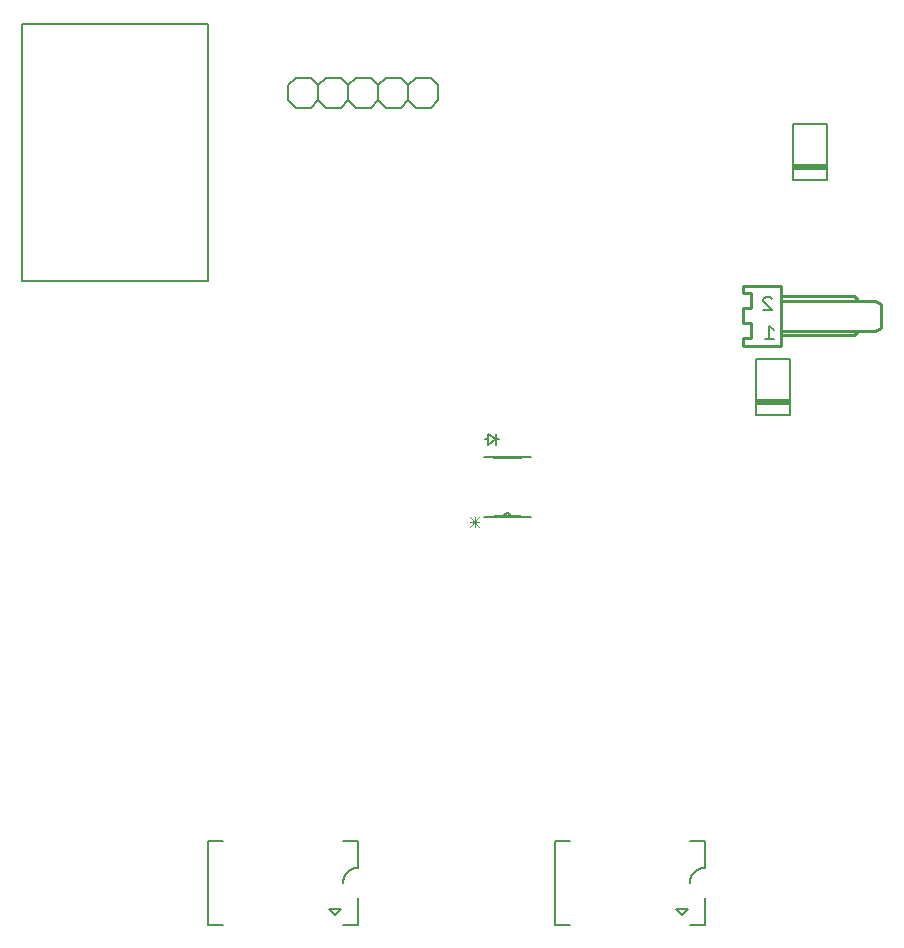
<source format=gbo>
G75*
%MOIN*%
%OFA0B0*%
%FSLAX25Y25*%
%IPPOS*%
%LPD*%
%AMOC8*
5,1,8,0,0,1.08239X$1,22.5*
%
%ADD10C,0.01000*%
%ADD11C,0.00700*%
%ADD12C,0.00500*%
%ADD13C,0.00600*%
%ADD14C,0.00300*%
%ADD15R,0.11400X0.02000*%
D10*
X0293437Y0244354D02*
X0293437Y0246854D01*
X0295937Y0246854D01*
X0295937Y0251854D01*
X0293437Y0251854D01*
X0293437Y0256854D01*
X0295937Y0256854D01*
X0295937Y0261854D01*
X0293437Y0261854D01*
X0293437Y0264354D01*
X0305937Y0264354D01*
X0305937Y0260854D01*
X0330437Y0260854D01*
X0331837Y0259554D01*
X0337437Y0259354D02*
X0339437Y0258354D01*
X0339437Y0254554D01*
X0339437Y0254154D01*
X0339437Y0254554D02*
X0339437Y0250354D01*
X0337437Y0249354D01*
X0305937Y0249354D01*
X0305937Y0244354D01*
X0293437Y0244354D01*
X0305937Y0247854D02*
X0330437Y0247854D01*
X0331837Y0249154D01*
X0337437Y0259354D02*
X0305937Y0259354D01*
X0305937Y0260854D02*
X0305937Y0249354D01*
D11*
X0303585Y0249479D02*
X0302150Y0250914D01*
X0302150Y0246610D01*
X0300716Y0246610D02*
X0303585Y0246610D01*
X0303085Y0256410D02*
X0300216Y0259279D01*
X0300216Y0259997D01*
X0300933Y0260714D01*
X0302368Y0260714D01*
X0303085Y0259997D01*
X0303085Y0256410D02*
X0300216Y0256410D01*
D12*
X0120068Y0051382D02*
X0115068Y0051382D01*
X0115068Y0079374D01*
X0120068Y0079374D01*
X0155383Y0056500D02*
X0159320Y0056500D01*
X0157351Y0054532D01*
X0155383Y0056500D01*
X0160068Y0051382D02*
X0165068Y0051382D01*
X0165068Y0060378D01*
X0160068Y0065378D02*
X0160070Y0065518D01*
X0160076Y0065658D01*
X0160086Y0065798D01*
X0160099Y0065938D01*
X0160117Y0066077D01*
X0160139Y0066216D01*
X0160164Y0066353D01*
X0160193Y0066491D01*
X0160226Y0066627D01*
X0160263Y0066762D01*
X0160304Y0066896D01*
X0160349Y0067029D01*
X0160397Y0067161D01*
X0160449Y0067291D01*
X0160504Y0067420D01*
X0160563Y0067547D01*
X0160626Y0067673D01*
X0160692Y0067797D01*
X0160761Y0067918D01*
X0160834Y0068038D01*
X0160911Y0068156D01*
X0160990Y0068271D01*
X0161073Y0068385D01*
X0161159Y0068495D01*
X0161248Y0068604D01*
X0161340Y0068710D01*
X0161435Y0068813D01*
X0161532Y0068914D01*
X0161633Y0069011D01*
X0161736Y0069106D01*
X0161842Y0069198D01*
X0161951Y0069287D01*
X0162061Y0069373D01*
X0162175Y0069456D01*
X0162290Y0069535D01*
X0162408Y0069612D01*
X0162528Y0069685D01*
X0162649Y0069754D01*
X0162773Y0069820D01*
X0162899Y0069883D01*
X0163026Y0069942D01*
X0163155Y0069997D01*
X0163285Y0070049D01*
X0163417Y0070097D01*
X0163550Y0070142D01*
X0163684Y0070183D01*
X0163819Y0070220D01*
X0163955Y0070253D01*
X0164093Y0070282D01*
X0164230Y0070307D01*
X0164369Y0070329D01*
X0164508Y0070347D01*
X0164648Y0070360D01*
X0164788Y0070370D01*
X0164928Y0070376D01*
X0165068Y0070378D01*
X0165068Y0079374D01*
X0160068Y0079374D01*
X0230658Y0079374D02*
X0230658Y0051382D01*
X0235658Y0051382D01*
X0235658Y0079374D02*
X0230658Y0079374D01*
X0270973Y0056500D02*
X0274910Y0056500D01*
X0272942Y0054532D01*
X0270973Y0056500D01*
X0275658Y0051382D02*
X0280658Y0051382D01*
X0280658Y0060378D01*
X0275658Y0065378D02*
X0275660Y0065518D01*
X0275666Y0065658D01*
X0275676Y0065798D01*
X0275689Y0065938D01*
X0275707Y0066077D01*
X0275729Y0066216D01*
X0275754Y0066353D01*
X0275783Y0066491D01*
X0275816Y0066627D01*
X0275853Y0066762D01*
X0275894Y0066896D01*
X0275939Y0067029D01*
X0275987Y0067161D01*
X0276039Y0067291D01*
X0276094Y0067420D01*
X0276153Y0067547D01*
X0276216Y0067673D01*
X0276282Y0067797D01*
X0276351Y0067918D01*
X0276424Y0068038D01*
X0276501Y0068156D01*
X0276580Y0068271D01*
X0276663Y0068385D01*
X0276749Y0068495D01*
X0276838Y0068604D01*
X0276930Y0068710D01*
X0277025Y0068813D01*
X0277122Y0068914D01*
X0277223Y0069011D01*
X0277326Y0069106D01*
X0277432Y0069198D01*
X0277541Y0069287D01*
X0277651Y0069373D01*
X0277765Y0069456D01*
X0277880Y0069535D01*
X0277998Y0069612D01*
X0278118Y0069685D01*
X0278239Y0069754D01*
X0278363Y0069820D01*
X0278489Y0069883D01*
X0278616Y0069942D01*
X0278745Y0069997D01*
X0278875Y0070049D01*
X0279007Y0070097D01*
X0279140Y0070142D01*
X0279274Y0070183D01*
X0279409Y0070220D01*
X0279545Y0070253D01*
X0279683Y0070282D01*
X0279820Y0070307D01*
X0279959Y0070329D01*
X0280098Y0070347D01*
X0280238Y0070360D01*
X0280378Y0070370D01*
X0280518Y0070376D01*
X0280658Y0070378D01*
X0280658Y0079374D01*
X0275658Y0079374D01*
X0211003Y0211259D02*
X0211003Y0213134D01*
X0211963Y0213134D01*
X0211003Y0213134D02*
X0211003Y0215009D01*
X0211003Y0213134D02*
X0208503Y0215009D01*
X0208503Y0213134D01*
X0207543Y0213134D01*
X0208503Y0213134D02*
X0208503Y0211259D01*
X0211003Y0213134D01*
X0297832Y0221186D02*
X0309232Y0221186D01*
X0309232Y0239886D01*
X0297832Y0239886D01*
X0297832Y0221186D01*
X0310037Y0299650D02*
X0321437Y0299650D01*
X0321437Y0318350D01*
X0310037Y0318350D01*
X0310037Y0299650D01*
X0115169Y0265988D02*
X0053161Y0265988D01*
X0053161Y0351736D01*
X0115169Y0351736D01*
X0115169Y0265988D01*
D13*
X0144339Y0323764D02*
X0141839Y0326264D01*
X0141839Y0331264D01*
X0144339Y0333764D01*
X0149339Y0333764D01*
X0151839Y0331264D01*
X0154339Y0333764D01*
X0159339Y0333764D01*
X0161839Y0331264D01*
X0161839Y0326264D01*
X0159339Y0323764D01*
X0154339Y0323764D01*
X0151839Y0326264D01*
X0151839Y0331264D01*
X0151839Y0326264D02*
X0149339Y0323764D01*
X0144339Y0323764D01*
X0161839Y0326264D02*
X0164339Y0323764D01*
X0169339Y0323764D01*
X0171839Y0326264D01*
X0174339Y0323764D01*
X0179339Y0323764D01*
X0181839Y0326264D01*
X0184339Y0323764D01*
X0189339Y0323764D01*
X0191839Y0326264D01*
X0191839Y0331264D01*
X0189339Y0333764D01*
X0184339Y0333764D01*
X0181839Y0331264D01*
X0179339Y0333764D01*
X0174339Y0333764D01*
X0171839Y0331264D01*
X0169339Y0333764D01*
X0164339Y0333764D01*
X0161839Y0331264D01*
X0171839Y0331264D02*
X0171839Y0326264D01*
X0181839Y0326264D02*
X0181839Y0331264D01*
X0206971Y0207168D02*
X0222771Y0207168D01*
X0219471Y0207068D02*
X0210271Y0207068D01*
X0210271Y0187468D02*
X0213671Y0187468D01*
X0219471Y0187468D01*
X0222771Y0187368D02*
X0216071Y0187368D01*
X0213671Y0187368D01*
X0206971Y0187368D01*
X0213671Y0187368D02*
X0213673Y0187437D01*
X0213679Y0187505D01*
X0213689Y0187573D01*
X0213702Y0187640D01*
X0213720Y0187706D01*
X0213741Y0187771D01*
X0213766Y0187835D01*
X0213794Y0187897D01*
X0213826Y0187958D01*
X0213861Y0188017D01*
X0213900Y0188073D01*
X0213942Y0188128D01*
X0213987Y0188179D01*
X0214035Y0188229D01*
X0214085Y0188275D01*
X0214138Y0188318D01*
X0214194Y0188359D01*
X0214251Y0188396D01*
X0214311Y0188429D01*
X0214373Y0188460D01*
X0214436Y0188486D01*
X0214500Y0188509D01*
X0214566Y0188529D01*
X0214633Y0188544D01*
X0214700Y0188556D01*
X0214768Y0188564D01*
X0214837Y0188568D01*
X0214905Y0188568D01*
X0214974Y0188564D01*
X0215042Y0188556D01*
X0215109Y0188544D01*
X0215176Y0188529D01*
X0215242Y0188509D01*
X0215306Y0188486D01*
X0215369Y0188460D01*
X0215431Y0188429D01*
X0215491Y0188396D01*
X0215548Y0188359D01*
X0215604Y0188318D01*
X0215657Y0188275D01*
X0215707Y0188229D01*
X0215755Y0188179D01*
X0215800Y0188128D01*
X0215842Y0188073D01*
X0215881Y0188017D01*
X0215916Y0187958D01*
X0215948Y0187897D01*
X0215976Y0187835D01*
X0216001Y0187771D01*
X0216022Y0187706D01*
X0216040Y0187640D01*
X0216053Y0187573D01*
X0216063Y0187505D01*
X0216069Y0187437D01*
X0216071Y0187368D01*
X0216072Y0187437D01*
X0216069Y0187505D01*
X0216062Y0187573D01*
X0216051Y0187641D01*
X0216036Y0187708D01*
X0216018Y0187774D01*
X0215996Y0187839D01*
X0215970Y0187903D01*
X0215940Y0187965D01*
X0215908Y0188025D01*
X0215871Y0188083D01*
X0215832Y0188139D01*
X0215789Y0188193D01*
X0215743Y0188244D01*
X0215695Y0188292D01*
X0215643Y0188338D01*
X0215590Y0188380D01*
X0215533Y0188420D01*
X0215475Y0188456D01*
X0215415Y0188489D01*
X0215353Y0188518D01*
X0215289Y0188544D01*
X0215224Y0188566D01*
X0215158Y0188584D01*
X0215091Y0188599D01*
X0215024Y0188609D01*
X0214955Y0188616D01*
X0214887Y0188619D01*
X0214818Y0188618D01*
X0214750Y0188613D01*
X0214682Y0188604D01*
X0214614Y0188591D01*
X0214548Y0188575D01*
X0214482Y0188554D01*
X0214418Y0188530D01*
X0214355Y0188503D01*
X0214294Y0188471D01*
X0214235Y0188437D01*
X0214178Y0188399D01*
X0214123Y0188358D01*
X0214071Y0188313D01*
X0214021Y0188266D01*
X0213974Y0188216D01*
X0213930Y0188164D01*
X0213889Y0188109D01*
X0213851Y0188052D01*
X0213816Y0187992D01*
X0213785Y0187931D01*
X0213758Y0187868D01*
X0213734Y0187804D01*
X0213714Y0187738D01*
X0213697Y0187672D01*
X0213685Y0187604D01*
X0213676Y0187536D01*
X0213671Y0187468D01*
D14*
X0205557Y0187134D02*
X0202421Y0183998D01*
X0205557Y0187134D01*
X0203989Y0187134D02*
X0203989Y0183998D01*
X0203989Y0187134D01*
X0202421Y0187134D02*
X0205557Y0183998D01*
X0202421Y0187134D01*
X0202421Y0185566D02*
X0205557Y0185566D01*
X0202421Y0185566D01*
D15*
X0303532Y0225536D03*
X0315737Y0304000D03*
M02*

</source>
